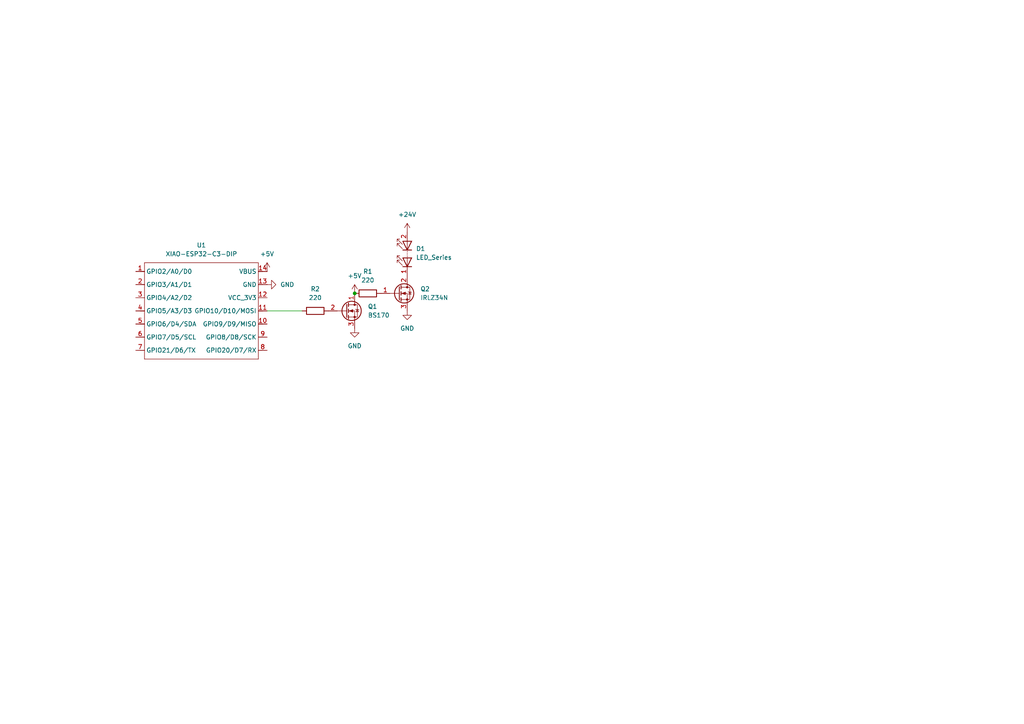
<source format=kicad_sch>
(kicad_sch (version 20250114) (generator "eeschema") (generator_version "9.0")
  (paper "A4")
  (lib_symbols
    (symbol "Device:LED_Series" (pin_names (offset 1.016) (hide yes))
      (property "Reference" "D" (at 0 5.715 0))
      (property "Value" "LED_Series" (at 0 3.81 0))
      (symbol "LED_Series_0_1"
        (polyline (pts (xy -3.81 0) (xy -1.016 0)))
        (polyline (pts (xy -3.683 -1.27) (xy -3.683 1.27)) (stroke (width 0.254)))
        (polyline (pts (xy -3.302 1.397) (xy -1.778 2.921) (xy -2.54 2.921) (xy -1.778 2.921) (xy -1.778 2.159)))
        (polyline (pts (xy -2.032 1.397) (xy -0.508 2.921) (xy -1.27 2.921) (xy -0.508 2.921) (xy -0.508 2.159)))
        (polyline (pts (xy -1.143 -1.27) (xy -1.143 1.27) (xy -3.683 0) (xy -1.143 -1.27)) (stroke (width 0.254)))
        (polyline (pts (xy -0.508 0) (xy -0.762 0)))
        (polyline (pts (xy 0.127 0) (xy -0.127 0)))
        (polyline (pts (xy 0.508 0) (xy 0.762 0)))
        (polyline (pts (xy 1.016 0) (xy 3.81 0)))
        (polyline (pts (xy 1.143 -1.27) (xy 1.143 1.27)) (stroke (width 0.254)))
        (polyline (pts (xy 1.524 1.397) (xy 3.048 2.921) (xy 2.286 2.921) (xy 3.048 2.921) (xy 3.048 2.159)))
        (polyline (pts (xy 2.794 1.397) (xy 4.318 2.921) (xy 3.556 2.921) (xy 4.318 2.921) (xy 4.318 2.159)))
        (polyline (pts (xy 3.683 -1.27) (xy 3.683 1.27) (xy 1.143 0) (xy 3.683 -1.27)) (stroke (width 0.254)))
      )
      (symbol "LED_Series_1_1"
        (pin passive line (at -6.35 0 0) (length 2.54) (name "K") (number "1"))
        (pin passive line (at 6.35 0 180) (length 2.54) (name "A") (number "2"))
      )
    )
    (symbol "Device:R" (pin_numbers (hide yes)) (pin_names (offset 0))
      (property "Reference" "R" (at 2.032 0 90))
      (property "Value" "R" (at 0 0 90))
      (symbol "R_0_1"
        (rectangle (start -1.016 -2.54) (end 1.016 2.54) (stroke (width 0.254)))
      )
      (symbol "R_1_1"
        (pin passive line (at 0 3.81 270) (length 1.27) (name "~") (number "1"))
        (pin passive line (at 0 -3.81 90) (length 1.27) (name "~") (number "2"))
      )
    )
    (symbol "Seeed_Studio_XIAO_Series:XIAO-ESP32-C3-DIP"
      (property "Reference" "U" (at 1.016 2.794 0))
      (property "Value" "XIAO-ESP32-C3-DIP" (at 7.62 1.016 0))
      (symbol "XIAO-ESP32-C3-DIP_1_0"
        (polyline (pts (xy 0 0) (xy 33.02 0)) (stroke (width 0.1524)))
        (polyline (pts (xy 0 -2.54) (xy -1.27 -2.54)) (stroke (width 0.1524)))
        (polyline (pts (xy 0 -2.54) (xy 0 0)) (stroke (width 0.1524)))
        (polyline (pts (xy 0 -6.35) (xy -1.27 -6.35)) (stroke (width 0.1524)))
        (polyline (pts (xy 0 -6.35) (xy 0 -2.54)) (stroke (width 0.1524)))
        (polyline (pts (xy 0 -10.16) (xy -1.27 -10.16)) (stroke (width 0.1524)))
        (polyline (pts (xy 0 -10.16) (xy 0 -6.35)) (stroke (width 0.1524)))
        (polyline (pts (xy 0 -13.97) (xy -1.27 -13.97)) (stroke (width 0.1524)))
        (polyline (pts (xy 0 -13.97) (xy 0 -10.16)) (stroke (width 0.1524)))
        (polyline (pts (xy 0 -17.78) (xy -1.27 -17.78)) (stroke (width 0.1524)))
        (polyline (pts (xy 0 -21.59) (xy -1.27 -21.59)) (stroke (width 0.1524)))
        (polyline (pts (xy 0 -25.4) (xy -1.27 -25.4)) (stroke (width 0.1524)))
        (polyline (pts (xy 0 -27.94) (xy 0 -13.97)) (stroke (width 0.1524)))
        (polyline (pts (xy 33.02 0) (xy 33.02 -2.54)) (stroke (width 0.1524)))
        (polyline (pts (xy 33.02 -2.54) (xy 33.02 -6.35)) (stroke (width 0.1524)))
        (polyline (pts (xy 33.02 -6.35) (xy 33.02 -10.16)) (stroke (width 0.1524)))
        (polyline (pts (xy 33.02 -10.16) (xy 33.02 -27.94)) (stroke (width 0.1524)))
        (polyline (pts (xy 33.02 -27.94) (xy 0 -27.94)) (stroke (width 0.1524)))
        (polyline (pts (xy 34.29 -2.54) (xy 33.02 -2.54)) (stroke (width 0.1524)))
        (polyline (pts (xy 34.29 -6.35) (xy 33.02 -6.35)) (stroke (width 0.1524)))
        (polyline (pts (xy 34.29 -10.16) (xy 33.02 -10.16)) (stroke (width 0.1524)))
        (polyline (pts (xy 34.29 -13.97) (xy 33.02 -13.97)) (stroke (width 0.1524)))
        (polyline (pts (xy 34.29 -17.78) (xy 33.02 -17.78)) (stroke (width 0.1524)))
        (polyline (pts (xy 34.29 -21.59) (xy 33.02 -21.59)) (stroke (width 0.1524)))
        (polyline (pts (xy 34.29 -25.4) (xy 33.02 -25.4)) (stroke (width 0.1524)))
        (pin passive line (at -2.54 -2.54 0) (length 2.54) (name "GPIO2/A0/D0") (number "1"))
        (pin passive line (at -2.54 -6.35 0) (length 2.54) (name "GPIO3/A1/D1") (number "2"))
        (pin passive line (at -2.54 -10.16 0) (length 2.54) (name "GPIO4/A2/D2") (number "3"))
        (pin passive line (at -2.54 -13.97 0) (length 2.54) (name "GPIO5/A3/D3") (number "4"))
        (pin passive line (at -2.54 -17.78 0) (length 2.54) (name "GPIO6/D4/SDA") (number "5"))
        (pin passive line (at -2.54 -21.59 0) (length 2.54) (name "GPIO7/D5/SCL") (number "6"))
        (pin passive line (at -2.54 -25.4 0) (length 2.54) (name "GPIO21/D6/TX") (number "7"))
        (pin passive line (at 35.56 -2.54 180) (length 2.54) (name "VBUS") (number "14"))
        (pin passive line (at 35.56 -6.35 180) (length 2.54) (name "GND") (number "13"))
        (pin passive line (at 35.56 -10.16 180) (length 2.54) (name "VCC_3V3") (number "12"))
        (pin passive line (at 35.56 -13.97 180) (length 2.54) (name "GPIO10/D10/MOSI") (number "11"))
        (pin passive line (at 35.56 -17.78 180) (length 2.54) (name "GPIO9/D9/MISO") (number "10"))
        (pin passive line (at 35.56 -21.59 180) (length 2.54) (name "GPIO8/D8/SCK") (number "9"))
        (pin passive line (at 35.56 -25.4 180) (length 2.54) (name "GPIO20/D7/RX") (number "8"))
      )
    )
    (symbol "Transistor_FET:BS170" (pin_names (hide yes))
      (property "Reference" "Q" (at 5.08 1.905 0))
      (property "Value" "BS170" (at 5.08 0 0))
      (symbol "BS170_0_1"
        (polyline (pts (xy 0.254 1.905) (xy 0.254 -1.905)) (stroke (width 0.254)))
        (polyline (pts (xy 0.254 0) (xy -2.54 0)))
        (polyline (pts (xy 0.762 2.286) (xy 0.762 1.27)) (stroke (width 0.254)))
        (polyline (pts (xy 0.762 0.508) (xy 0.762 -0.508)) (stroke (width 0.254)))
        (polyline (pts (xy 0.762 -1.27) (xy 0.762 -2.286)) (stroke (width 0.254)))
        (polyline (pts (xy 0.762 -1.778) (xy 3.302 -1.778) (xy 3.302 1.778) (xy 0.762 1.778)))
        (polyline (pts (xy 1.016 0) (xy 2.032 0.381) (xy 2.032 -0.381) (xy 1.016 0)) (fill (type outline)))
        (circle (center 1.651 0) (radius 2.794) (stroke (width 0.254)))
        (polyline (pts (xy 2.54 2.54) (xy 2.54 1.778)))
        (circle (center 2.54 1.778) (radius 0.254) (fill (type outline)))
        (circle (center 2.54 -1.778) (radius 0.254) (fill (type outline)))
        (polyline (pts (xy 2.54 -2.54) (xy 2.54 0) (xy 0.762 0)))
        (polyline (pts (xy 2.794 0.508) (xy 2.921 0.381) (xy 3.683 0.381) (xy 3.81 0.254)))
        (polyline (pts (xy 3.302 0.381) (xy 2.921 -0.254) (xy 3.683 -0.254) (xy 3.302 0.381)))
      )
      (symbol "BS170_1_1"
        (pin input line (at -5.08 0 0) (length 2.54) (name "G") (number "2"))
        (pin passive line (at 2.54 5.08 270) (length 2.54) (name "D") (number "1"))
        (pin passive line (at 2.54 -5.08 90) (length 2.54) (name "S") (number "3"))
      )
    )
    (symbol "Transistor_FET:IRLZ34N" (pin_names (hide yes))
      (property "Reference" "Q" (at 5.08 1.905 0))
      (property "Value" "IRLZ34N" (at 5.08 0 0))
      (symbol "IRLZ34N_0_1"
        (polyline (pts (xy 0.254 1.905) (xy 0.254 -1.905)) (stroke (width 0.254)))
        (polyline (pts (xy 0.254 0) (xy -2.54 0)))
        (polyline (pts (xy 0.762 2.286) (xy 0.762 1.27)) (stroke (width 0.254)))
        (polyline (pts (xy 0.762 0.508) (xy 0.762 -0.508)) (stroke (width 0.254)))
        (polyline (pts (xy 0.762 -1.27) (xy 0.762 -2.286)) (stroke (width 0.254)))
        (polyline (pts (xy 0.762 -1.778) (xy 3.302 -1.778) (xy 3.302 1.778) (xy 0.762 1.778)))
        (polyline (pts (xy 1.016 0) (xy 2.032 0.381) (xy 2.032 -0.381) (xy 1.016 0)) (fill (type outline)))
        (circle (center 1.651 0) (radius 2.794) (stroke (width 0.254)))
        (polyline (pts (xy 2.54 2.54) (xy 2.54 1.778)))
        (circle (center 2.54 1.778) (radius 0.254) (fill (type outline)))
        (circle (center 2.54 -1.778) (radius 0.254) (fill (type outline)))
        (polyline (pts (xy 2.54 -2.54) (xy 2.54 0) (xy 0.762 0)))
        (polyline (pts (xy 2.794 0.508) (xy 2.921 0.381) (xy 3.683 0.381) (xy 3.81 0.254)))
        (polyline (pts (xy 3.302 0.381) (xy 2.921 -0.254) (xy 3.683 -0.254) (xy 3.302 0.381)))
      )
      (symbol "IRLZ34N_1_1"
        (pin input line (at -5.08 0 0) (length 2.54) (name "G") (number "1"))
        (pin passive line (at 2.54 5.08 270) (length 2.54) (name "D") (number "2"))
        (pin passive line (at 2.54 -5.08 90) (length 2.54) (name "S") (number "3"))
      )
    )
    (symbol "power:+24V" (power) (pin_numbers (hide yes)) (pin_names (offset 0) (hide yes))
      (property "Value" "+24V" (at 0 3.556 0))
      (symbol "+24V_0_1"
        (polyline (pts (xy -0.762 1.27) (xy 0 2.54)))
        (polyline (pts (xy 0 2.54) (xy 0.762 1.27)))
        (polyline (pts (xy 0 0) (xy 0 2.54)))
      )
      (symbol "+24V_1_1"
        (pin power_in line (at 0 0 90) (length 0) (name "~") (number "1"))
      )
    )
    (symbol "power:+5V" (power) (pin_numbers (hide yes)) (pin_names (offset 0) (hide yes))
      (property "Value" "+5V" (at 0 3.556 0))
      (symbol "+5V_0_1"
        (polyline (pts (xy -0.762 1.27) (xy 0 2.54)))
        (polyline (pts (xy 0 2.54) (xy 0.762 1.27)))
        (polyline (pts (xy 0 0) (xy 0 2.54)))
      )
      (symbol "+5V_1_1"
        (pin power_in line (at 0 0 90) (length 0) (name "~") (number "1"))
      )
    )
    (symbol "power:GND" (power) (pin_numbers (hide yes)) (pin_names (offset 0) (hide yes))
      (property "Value" "GND" (at 0 -3.81 0))
      (symbol "GND_0_1"
        (polyline (pts (xy 0 0) (xy 0 -1.27) (xy 1.27 -1.27) (xy 0 -2.54) (xy -1.27 -1.27) (xy 0 -1.27)))
      )
      (symbol "GND_1_1"
        (pin power_in line (at 0 0 270) (length 0) (name "~") (number "1"))
      )
    )
  )
  (junction (at 102.87 85.09))
  (wire (pts (xy 77.47 90.17) (xy 87.63 90.17)))
  (symbol (lib_id "Seeed_Studio_XIAO_Series:XIAO-ESP32-C3-DIP") (at 41.91 76.2 0) (unit 1)
    (property "Reference" "U1" (at 58.42 71.12 0))
    (property "Value" "XIAO-ESP32-C3-DIP" (at 58.42 73.66 0))
    (property "Footprint" "Seeed Studio XIAO Series Library:XIAO-ESP32C3-DIP" (effects (hide yes)))
  )
  (symbol (lib_id "power:GND") (at 77.47 82.55 90) (unit 1)
    (property "Reference" "#PWR06" (effects (hide yes)))
    (property "Value" "GND" (at 81.28 82.5499 90) (effects (justify right)))
    (property "Description" "Power symbol creates a global label with name \"GND\" , ground" (effects (hide yes)))
  )
  (symbol (lib_id "power:GND") (at 118.11 90.17 0) (unit 1)
    (property "Reference" "#PWR02" (effects (hide yes)))
    (property "Value" "GND" (at 118.11 95.25 0))
    (property "Description" "Power symbol creates a global label with name \"GND\" , ground" (effects (hide yes)))
  )
  (symbol (lib_id "power:+5V") (at 102.87 85.09 0) (unit 1)
    (property "Reference" "#PWR03" (effects (hide yes)))
    (property "Value" "+5V" (at 102.87 80.01 0))
    (property "Description" "Power symbol creates a global label with name \"+5V\"" (effects (hide yes)))
  )
  (symbol (lib_id "Device:R") (at 91.44 90.17 270) (unit 1)
    (property "Reference" "R2" (at 91.44 83.82 90))
    (property "Value" "220" (at 91.44 86.36 90))
    (property "Footprint" "Resistor_THT:R_Axial_DIN0309_L9.0mm_D3.2mm_P12.70mm_Horizontal" (effects (hide yes)))
    (property "Description" "Resistor" (effects (hide yes)))
  )
  (symbol (lib_id "power:+5V") (at 77.47 78.74 0) (unit 1)
    (property "Reference" "#PWR04" (effects (hide yes)))
    (property "Value" "+5V" (at 77.47 73.66 0))
    (property "Description" "Power symbol creates a global label with name \"+5V\"" (effects (hide yes)))
  )
  (symbol (lib_id "Transistor_FET:BS170") (at 100.33 90.17 0) (unit 1)
    (property "Reference" "Q1" (at 106.68 88.8999 0) (effects (justify left)))
    (property "Value" "BS170" (at 106.68 91.4399 0) (effects (justify left)))
    (property "Footprint" "Package_TO_SOT_THT:TO-92_Inline" (effects (hide yes)))
    (property "Datasheet" "https://www.onsemi.com/pub/Collateral/BS170-D.PDF" (effects (hide yes)))
    (property "Description" "0.5A Id, 60V Vds, N-Channel MOSFET, TO-92" (effects (hide yes)))
  )
  (symbol (lib_id "power:GND") (at 102.87 95.25 0) (unit 1)
    (property "Reference" "#PWR05" (effects (hide yes)))
    (property "Value" "GND" (at 102.87 100.33 0))
    (property "Description" "Power symbol creates a global label with name \"GND\" , ground" (effects (hide yes)))
  )
  (symbol (lib_id "Transistor_FET:IRLZ34N") (at 115.57 85.09 0) (unit 1)
    (property "Reference" "Q2" (at 121.92 83.8199 0) (effects (justify left)))
    (property "Value" "IRLZ34N" (at 121.92 86.3599 0) (effects (justify left)))
    (property "Footprint" "Package_TO_SOT_THT:TO-220-3_Vertical" (effects (hide yes)))
    (property "Datasheet" "http://www.infineon.com/dgdl/irlz34npbf.pdf?fileId=5546d462533600a40153567206892720" (effects (hide yes)))
    (property "Description" "30A Id, 55V Vds, 35mOhm Rds, N-Channel HEXFET Power MOSFET, TO-220AB" (effects (hide yes)))
  )
  (symbol (lib_id "power:+24V") (at 118.11 67.31 0) (unit 1)
    (property "Reference" "#PWR01" (effects (hide yes)))
    (property "Value" "+24V" (at 118.11 62.23 0))
    (property "Description" "Power symbol creates a global label with name \"+24V\"" (effects (hide yes)))
  )
  (symbol (lib_id "Device:R") (at 106.68 85.09 270) (unit 1)
    (property "Reference" "R1" (at 106.68 78.74 90))
    (property "Value" "220" (at 106.68 81.28 90))
    (property "Footprint" "Resistor_THT:R_Axial_DIN0309_L9.0mm_D3.2mm_P12.70mm_Horizontal" (effects (hide yes)))
    (property "Description" "Resistor" (effects (hide yes)))
  )
  (symbol (lib_id "Device:LED_Series") (at 118.11 73.66 90) (unit 1)
    (property "Reference" "D1" (at 120.65 72.1359 90) (effects (justify right)))
    (property "Value" "LED_Series" (at 120.65 74.6759 90) (effects (justify right)))
    (property "Description" "Several LEDs in series" (effects (hide yes)))
  )
)
</source>
